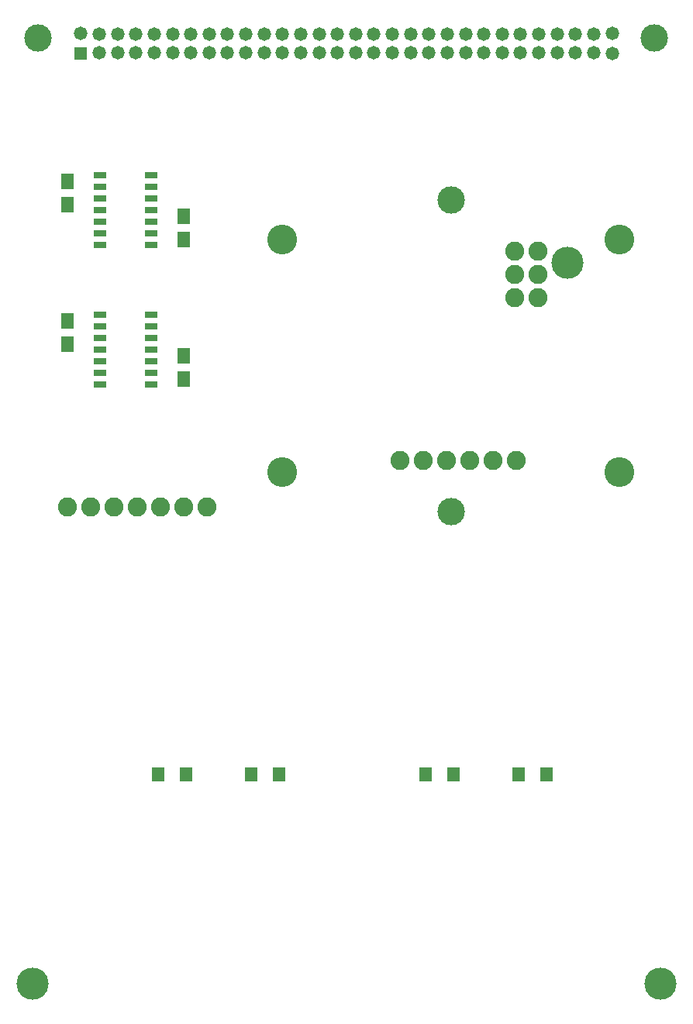
<source format=gts>
G75*
%MOIN*%
%OFA0B0*%
%FSLAX25Y25*%
%IPPOS*%
%LPD*%
%AMOC8*
5,1,8,0,0,1.08239X$1,22.5*
%
%ADD10C,0.13800*%
%ADD11C,0.08200*%
%ADD12C,0.12800*%
%ADD13C,0.11800*%
%ADD14R,0.05820X0.05820*%
%ADD15C,0.05820*%
%ADD16R,0.05524X0.06312*%
%ADD17R,0.05524X0.03162*%
%ADD18R,0.05800X0.03300*%
D10*
X0153333Y0120000D03*
X0383333Y0430000D03*
X0423333Y0120000D03*
D11*
X0361333Y0345000D03*
X0351333Y0345000D03*
X0341333Y0345000D03*
X0331333Y0345000D03*
X0321333Y0345000D03*
X0311333Y0345000D03*
X0360833Y0415000D03*
X0360833Y0425000D03*
X0360833Y0435000D03*
X0370833Y0435000D03*
X0370833Y0425000D03*
X0370833Y0415000D03*
X0228333Y0325000D03*
X0218333Y0325000D03*
X0208333Y0325000D03*
X0198333Y0325000D03*
X0188333Y0325000D03*
X0178333Y0325000D03*
X0168333Y0325000D03*
D12*
X0260833Y0340000D03*
X0260833Y0440000D03*
X0405833Y0440000D03*
X0405833Y0340000D03*
D13*
X0333333Y0323000D03*
X0333333Y0457000D03*
X0420833Y0526600D03*
X0155833Y0526600D03*
D14*
X0174160Y0519921D03*
D15*
X0182034Y0520315D03*
X0182034Y0528189D03*
X0174160Y0528583D03*
X0189908Y0528189D03*
X0189908Y0520315D03*
X0197782Y0520315D03*
X0197782Y0528189D03*
X0205656Y0528189D03*
X0205656Y0520315D03*
X0213530Y0520315D03*
X0213530Y0528189D03*
X0221404Y0528189D03*
X0221404Y0520315D03*
X0229278Y0520315D03*
X0229278Y0528189D03*
X0237152Y0528189D03*
X0237152Y0520315D03*
X0245026Y0520315D03*
X0245026Y0528189D03*
X0252900Y0528189D03*
X0252900Y0520315D03*
X0260774Y0520315D03*
X0260774Y0528189D03*
X0268648Y0528189D03*
X0268648Y0520315D03*
X0276522Y0520315D03*
X0276522Y0528189D03*
X0284396Y0528189D03*
X0284396Y0520315D03*
X0292270Y0520315D03*
X0292270Y0528189D03*
X0300144Y0528189D03*
X0300144Y0520315D03*
X0308018Y0520315D03*
X0308018Y0528189D03*
X0315892Y0528189D03*
X0315892Y0520315D03*
X0323766Y0520315D03*
X0323766Y0528189D03*
X0331640Y0528189D03*
X0331640Y0520315D03*
X0339514Y0520315D03*
X0339514Y0528189D03*
X0347388Y0528189D03*
X0347388Y0520315D03*
X0355262Y0520315D03*
X0355262Y0528189D03*
X0363136Y0528189D03*
X0363136Y0520315D03*
X0371010Y0520315D03*
X0371010Y0528189D03*
X0378885Y0528189D03*
X0378885Y0520315D03*
X0386759Y0520315D03*
X0386759Y0528189D03*
X0394633Y0528189D03*
X0394633Y0520315D03*
X0402507Y0519921D03*
X0402507Y0528583D03*
D16*
X0374239Y0210000D03*
X0362428Y0210000D03*
X0334239Y0210000D03*
X0322428Y0210000D03*
X0259239Y0210000D03*
X0247428Y0210000D03*
X0219239Y0210000D03*
X0207428Y0210000D03*
D17*
X0204357Y0377500D03*
X0204357Y0382500D03*
X0204357Y0387500D03*
X0204357Y0392500D03*
X0204357Y0397500D03*
X0204357Y0402500D03*
X0204357Y0407500D03*
X0204357Y0437500D03*
X0204357Y0442500D03*
X0204357Y0447500D03*
X0204357Y0452500D03*
X0204357Y0457500D03*
X0204357Y0462500D03*
X0204357Y0467500D03*
X0182310Y0467500D03*
X0182310Y0462500D03*
X0182310Y0457500D03*
X0182310Y0452500D03*
X0182310Y0447500D03*
X0182310Y0442500D03*
X0182310Y0437500D03*
X0182310Y0407500D03*
X0182310Y0402500D03*
X0182310Y0397500D03*
X0182310Y0392500D03*
X0182310Y0387500D03*
X0182310Y0382500D03*
X0182310Y0377500D03*
D18*
X0168333Y0393400D03*
X0168333Y0396600D03*
X0168333Y0403400D03*
X0168333Y0406600D03*
X0168333Y0453400D03*
X0168333Y0456600D03*
X0168333Y0463400D03*
X0168333Y0466600D03*
X0218333Y0451600D03*
X0218333Y0448400D03*
X0218333Y0441600D03*
X0218333Y0438400D03*
X0218333Y0391600D03*
X0218333Y0388400D03*
X0218333Y0381600D03*
X0218333Y0378400D03*
M02*

</source>
